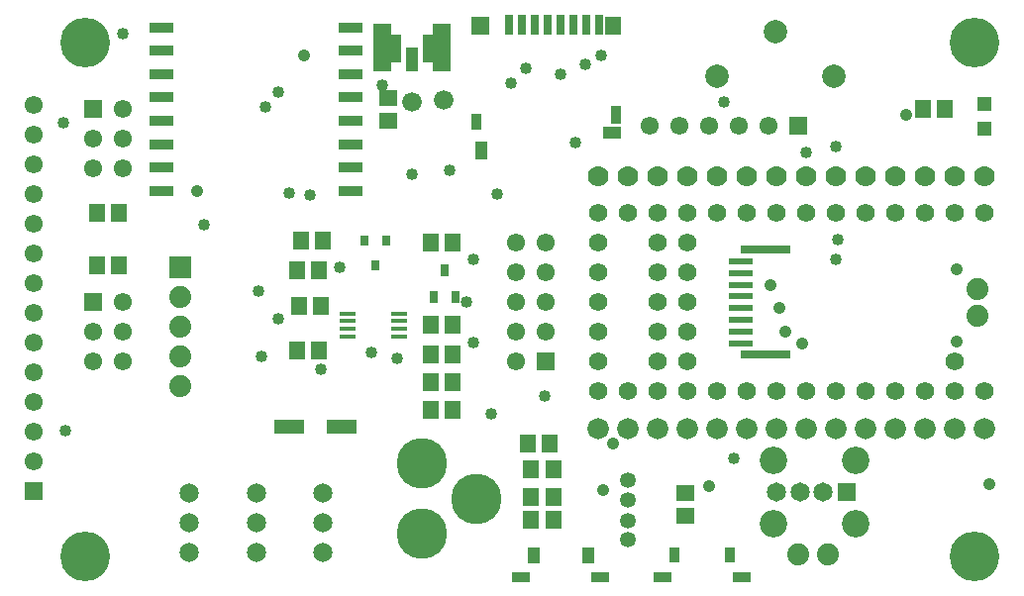
<source format=gts>
G04 DipTrace 3.3.1.3*
G04 Teensy4.0TouchDisplayLoRaV0.2.gts*
%MOIN*%
G04 #@! TF.FileFunction,Soldermask,Top*
G04 #@! TF.Part,Single*
%AMOUTLINE0*
4,1,4,
-0.0175,-0.025,
-0.0175,0.025,
0.0175,0.025,
0.0175,-0.025,
-0.0175,-0.025,
0*%
%AMOUTLINE1*
4,1,4,
0.0285,-0.0155,
-0.0285,-0.0155,
-0.0285,0.0155,
0.0285,0.0155,
0.0285,-0.0155,
0*%
%AMOUTLINE2*
4,1,4,
-0.0185,-0.026,
-0.0185,0.026,
0.0185,0.026,
0.0185,-0.026,
-0.0185,-0.026,
0*%
%AMOUTLINE4*
4,1,4,
-0.03937,-0.015748,
0.03937,-0.015748,
0.03937,0.015748,
-0.03937,0.015748,
-0.03937,-0.015748,
0*%
%AMOUTLINE5*
4,1,4,
0.03937,0.015748,
-0.03937,0.015748,
-0.03937,-0.015748,
0.03937,-0.015748,
0.03937,0.015748,
0*%
%AMOUTLINE6*
4,1,4,
0.03,0.08,
-0.03,0.08,
-0.03,-0.08,
0.03,-0.08,
0.03,0.08,
0*%
%AMOUTLINE7*
4,1,4,
0.02,0.04,
-0.02,0.04,
-0.02,-0.04,
0.02,-0.04,
0.02,0.04,
0*%
%ADD21C,0.04*%
%ADD32C,0.066*%
%ADD34R,0.1X0.05*%
%ADD37C,0.17*%
%ADD40C,0.07*%
%ADD41C,0.074*%
%ADD47R,0.07874X0.023622*%
%ADD48R,0.165354X0.027559*%
%ADD52C,0.065199*%
%ADD53C,0.05315*%
%ADD54R,0.047244X0.047244*%
%ADD56R,0.031496X0.035433*%
%ADD60C,0.06194*%
%ADD61C,0.074*%
%ADD62R,0.074X0.074*%
%ADD76C,0.167*%
%ADD78C,0.042*%
%ADD80C,0.092551*%
%ADD82C,0.064992*%
%ADD84R,0.064992X0.064992*%
%ADD86R,0.057118X0.017748*%
%ADD94R,0.027591X0.043339*%
%ADD104C,0.078772*%
%ADD110R,0.059087X0.04137*%
%ADD112R,0.033496X0.061055*%
%ADD114R,0.033496X0.057118*%
%ADD116R,0.04137X0.063024*%
%ADD118R,0.029559X0.070898*%
%ADD122C,0.072*%
%ADD124C,0.061055*%
%ADD126R,0.061055X0.061055*%
%ADD130R,0.053181X0.061055*%
%ADD132R,0.061055X0.053181*%
%ADD140OUTLINE0*%
%ADD141OUTLINE1*%
%ADD142OUTLINE2*%
%ADD144OUTLINE4*%
%ADD145OUTLINE5*%
%ADD146OUTLINE6*%
%ADD147OUTLINE7*%
%FSLAX26Y26*%
G04*
G70*
G90*
G75*
G01*
G04 TopMask*
%LPD*%
D78*
X3599613Y1236707D3*
Y1479183D3*
X3430881Y1999781D3*
X3712102Y756162D3*
X3080918Y1231112D3*
X3005926Y1349850D3*
X3024674Y1268608D3*
X2974679Y1424842D3*
X2443485Y893648D3*
X1043632Y1743558D3*
X1406094Y2199760D3*
X2768451Y749913D3*
X2412238Y737414D3*
D76*
X3661417Y511810D3*
X669291D3*
Y2244094D3*
X3661417D3*
D21*
X1262359Y1187367D3*
X793700Y2273700D3*
X1973700Y1233700D3*
X1949787Y1368598D3*
X1668566Y2099771D3*
X2033700Y993700D3*
X1631070Y1199865D3*
X1524831Y1487335D3*
X2405989Y2199760D3*
X2268503Y2137267D3*
X2349745Y2168514D3*
X2818445Y2043527D3*
X2149766Y2156015D3*
X2099771Y2106020D3*
X1893700Y1813700D3*
X599928Y937393D3*
X1718561Y1181117D3*
X2213700Y1053700D3*
X1318603Y2074773D3*
X1274857Y2024779D3*
X1973700Y1513700D3*
X1068629Y1631070D3*
X1356099Y1737309D3*
X593700Y1973700D3*
X2849692Y843653D3*
X1424842Y1731060D3*
X2318498Y1906041D3*
X3199655Y1581075D3*
X3093700Y1873700D3*
X1249860Y1406094D3*
X1318603Y1312354D3*
X1462338Y1143621D3*
X1768556Y1799802D3*
X2053700Y1733700D3*
X3193700Y1513700D3*
Y1893700D3*
D32*
X1768556Y2043527D3*
D34*
X1531081Y949892D3*
X1356081D3*
D132*
X1687314Y2056025D3*
Y1981222D3*
X2687209Y724915D3*
Y650112D3*
D130*
X706298Y1493700D3*
X781102D3*
Y1668700D3*
X706298D3*
D32*
X1874794Y2049776D3*
D37*
X1799802Y824905D3*
Y588684D3*
X1984842Y706794D3*
D126*
X3068419Y1962285D3*
D124*
X2968419D3*
X2868419D3*
X2768419D3*
X2668419D3*
X2568419D3*
D40*
X3693700Y1793700D3*
X3593700D3*
X3493700D3*
X3393700D3*
X3293700D3*
X3193700D3*
X3093700D3*
X2993700D3*
X2893700D3*
X2793700D3*
X2693700D3*
X2593700D3*
X2493700D3*
X2393700D3*
D122*
X3693700Y943700D3*
X3593700D3*
X3493700D3*
X3393700D3*
X3293700D3*
X3193700D3*
X3093700D3*
X2993700D3*
X2893700D3*
X2793700D3*
X2693700D3*
X2593700D3*
X2493700D3*
X2393700D3*
D126*
X2218700Y1168700D3*
D124*
X2118700D3*
X2218700Y1268700D3*
X2118700D3*
X2218700Y1368700D3*
X2118700D3*
X2218700Y1468700D3*
X2118700D3*
X2218700Y1568700D3*
X2118700D3*
D41*
X3068700Y518700D3*
X3168700D3*
D118*
X2396771Y2304415D3*
X2353424D3*
X2310157D3*
X2266823Y2304428D3*
X2223516D3*
X2180222D3*
X2136902D3*
X2093621Y2304415D3*
D130*
X2443976Y2299691D3*
D126*
X1997125D3*
D116*
X1999501Y1879035D3*
D114*
X1983372Y1974704D3*
D112*
X2453818Y2000321D3*
D110*
X2441259Y1941266D3*
D47*
X2874015Y1230905D3*
Y1270275D3*
Y1309645D3*
Y1388385D3*
Y1349015D3*
Y1427755D3*
Y1467125D3*
Y1506495D3*
D48*
X2956692Y1191535D3*
Y1545865D3*
D104*
X3187157Y2131018D3*
X2990306Y2280624D3*
X2793456Y2131018D3*
D52*
X1018634Y524936D3*
Y624936D3*
Y724936D3*
X1243611Y524936D3*
Y624936D3*
Y724936D3*
X1468587Y524936D3*
Y624936D3*
Y724936D3*
D126*
X493700Y731700D3*
D124*
Y831700D3*
Y931700D3*
Y1031700D3*
Y1131700D3*
Y1231700D3*
Y1331700D3*
Y1431700D3*
Y1531700D3*
Y1631700D3*
Y1731700D3*
Y1831700D3*
Y1931700D3*
Y2031700D3*
D53*
X2493700Y568700D3*
Y633700D3*
Y703700D3*
Y768700D3*
D140*
X2651200Y517451D3*
X2836200D3*
D141*
X2610700Y442951D3*
X2876700D3*
D126*
X693700Y2018700D3*
D124*
X793700D3*
X693700Y1918700D3*
X793700D3*
X693700Y1818700D3*
X793700D3*
D126*
X693700Y1368700D3*
D124*
X793700D3*
X693700Y1268700D3*
X793700D3*
X693700Y1168700D3*
X793700D3*
D142*
X2176200Y517451D3*
X2361200D3*
D141*
X2135700Y442951D3*
X2401700D3*
D54*
X3693700Y2035039D3*
Y1952361D3*
D56*
X1681102Y1576808D3*
X1606298D3*
X1643700Y1494130D3*
D94*
X1839747Y1386911D3*
X1914550D3*
X1877149Y1477462D3*
D130*
X2243600Y635364D3*
X2168797D3*
X1906102Y1568700D3*
X1831298D3*
X1393595Y1574826D3*
X1468398D3*
X2231102Y893695D3*
X2156298D3*
X3562354Y2018697D3*
X3487550D3*
X2168797Y806167D3*
X2243600D3*
X1906102Y1293923D3*
X1831298D3*
X1456088Y1474836D3*
X1381285D3*
X1906102Y1193829D3*
X1831298D3*
Y1099982D3*
X1906102D3*
X1381285Y1206115D3*
X1456088D3*
X1462338Y1356099D3*
X1387535D3*
X1831298Y1006136D3*
X1906102D3*
X2243600Y714535D3*
X2168797D3*
D144*
X1562598Y1743104D3*
Y1821844D3*
Y1900585D3*
Y1979325D3*
Y2058065D3*
Y2136805D3*
Y2215545D3*
Y2294285D3*
D145*
X924802D3*
Y2215545D3*
Y2136805D3*
Y2058065D3*
Y1979325D3*
Y1900585D3*
Y1821844D3*
Y1743104D3*
D60*
X3693700Y1668700D3*
X3593700D3*
X3493700D3*
X3393700D3*
X3293700D3*
X3193700D3*
X3093700D3*
X2993700D3*
X2893700D3*
X2793700D3*
X2693700D3*
X2593700D3*
X2493700D3*
X2393700D3*
Y1568700D3*
Y1468700D3*
Y1368700D3*
Y1268700D3*
Y1168700D3*
Y1068700D3*
X2493700D3*
X2593700D3*
X2693700D3*
X2793700D3*
X2893700D3*
X2993700D3*
X3093700D3*
X3193700D3*
X3293700D3*
X3393700D3*
X3493700D3*
X3593700D3*
X3693700D3*
X3593700Y1168700D3*
D61*
X3671700Y1323700D3*
D60*
X2693700Y1568700D3*
X2593700Y1468700D3*
Y1368700D3*
D61*
X3671700Y1413700D3*
D60*
X2593700Y1568700D3*
X2693700Y1468700D3*
Y1368700D3*
Y1268700D3*
Y1168700D3*
X2593700Y1268700D3*
Y1168700D3*
D62*
X987388Y1487335D3*
D41*
Y1387335D3*
Y1287335D3*
Y1087335D3*
Y1187335D3*
D86*
X1549829Y1331102D3*
Y1305511D3*
Y1279920D3*
Y1254330D3*
X1723057D3*
Y1279920D3*
Y1305511D3*
Y1331102D3*
D84*
X3230755Y728700D3*
D82*
X3152015D3*
X3073275D3*
X2994535D3*
D80*
X2983905Y621613D3*
Y835787D3*
X3259495Y621613D3*
Y835787D3*
G36*
X1841496Y2177728D2*
X1805434D1*
Y2269743D1*
X1841496D1*
Y2177728D1*
G37*
G36*
X1695714Y2269795D2*
X1731620D1*
Y2177728D1*
X1695714D1*
Y2269795D1*
G37*
D146*
X1668566Y2224758D3*
X1868566D3*
D147*
X1768566Y2184758D3*
M02*

</source>
